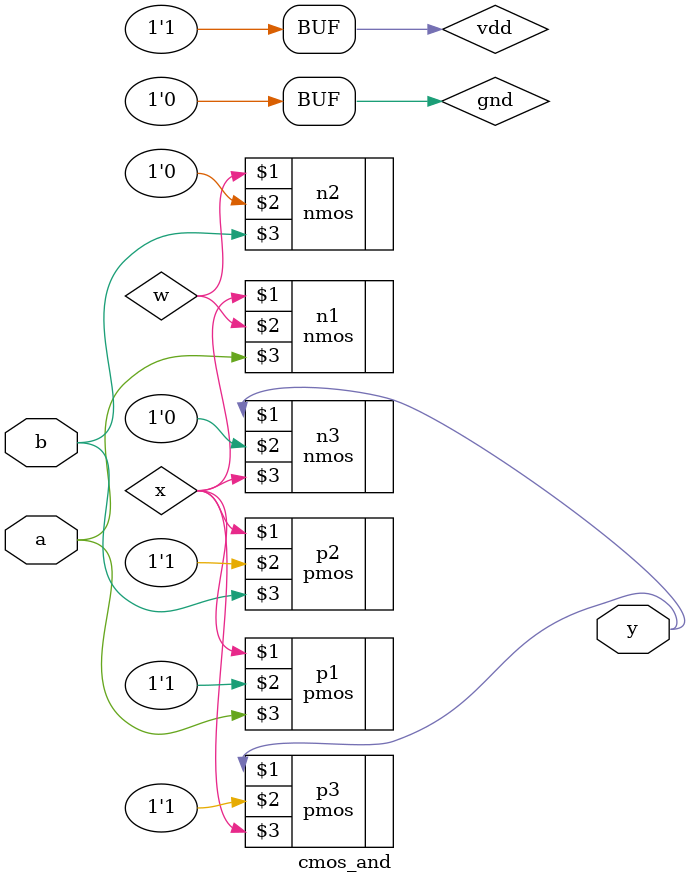
<source format=v>
module cmos_and(
input a,b,
output y
);
supply1 vdd;
supply0 gnd;
wire x,w;

pmos p1(x,vdd,a);
pmos p2(x,vdd,b);

nmos n1(x,w,a);
nmos n2(w,gnd,b);

pmos p3(y,vdd,x);
nmos n3(y,gnd,x);

endmodule

</source>
